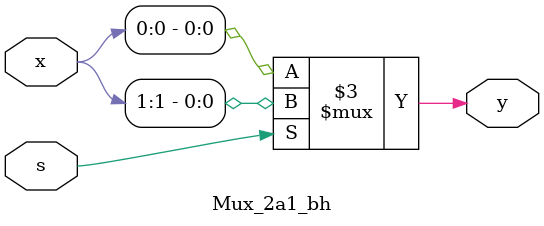
<source format=v>

`timescale 1ps / 1ps


module Mux_2a1_bh ( y ,x ,s );

	input [1:0] x;
	input s;
	
	output reg y; 
	
	always @(x, s)
		if (s) 
			y = x[1];
		else 
			y = x[0];
endmodule

</source>
